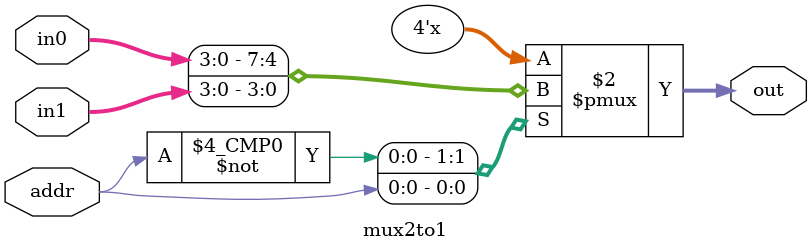
<source format=v>
module mux2to1(out,in0,in1,addr);
	parameter n=4;
	input [n-1:0] in0, in1;
	input addr;
	output reg [n-1:0] out;
	
	always @(*)
	begin
		case(addr)
			0: out = in0;
			1: out = in1;
		endcase
	end
	
endmodule
</source>
